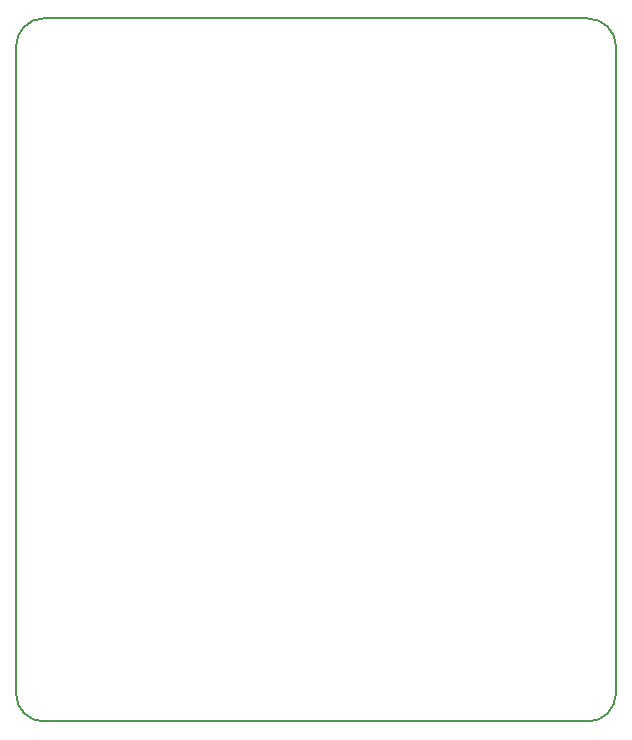
<source format=gm1>
G04 #@! TF.GenerationSoftware,KiCad,Pcbnew,(5.1.10)-1*
G04 #@! TF.CreationDate,2021-06-04T02:13:06+02:00*
G04 #@! TF.ProjectId,Keyboard,4b657962-6f61-4726-942e-6b696361645f,rev?*
G04 #@! TF.SameCoordinates,Original*
G04 #@! TF.FileFunction,Profile,NP*
%FSLAX46Y46*%
G04 Gerber Fmt 4.6, Leading zero omitted, Abs format (unit mm)*
G04 Created by KiCad (PCBNEW (5.1.10)-1) date 2021-06-04 02:13:06*
%MOMM*%
%LPD*%
G01*
G04 APERTURE LIST*
G04 #@! TA.AperFunction,Profile*
%ADD10C,0.150000*%
G04 #@! TD*
G04 APERTURE END LIST*
D10*
X115887500Y-95250000D02*
X115887500Y-40481250D01*
X65087500Y-40481250D02*
X65087500Y-95250000D01*
X113506250Y-97631250D02*
X67468750Y-97631250D01*
X115887500Y-95250000D02*
G75*
G02*
X113506250Y-97631250I-2381250J0D01*
G01*
X67468750Y-97631250D02*
G75*
G02*
X65087500Y-95250000I0J2381250D01*
G01*
X113506250Y-38100000D02*
X67468750Y-38100000D01*
X65087500Y-40481250D02*
G75*
G02*
X67468750Y-38100000I2381250J0D01*
G01*
X113506250Y-38100000D02*
G75*
G02*
X115887500Y-40481250I0J-2381250D01*
G01*
M02*

</source>
